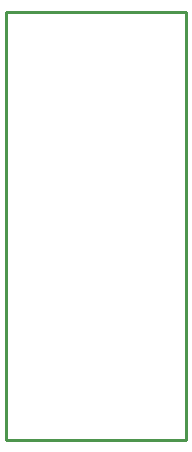
<source format=gko>
G04 EAGLE Gerber RS-274X export*
G75*
%MOMM*%
%FSLAX34Y34*%
%LPD*%
%IN*%
%IPPOS*%
%AMOC8*
5,1,8,0,0,1.08239X$1,22.5*%
G01*
%ADD10C,0.254000*%


D10*
X0Y0D02*
X152400Y0D01*
X152400Y361950D01*
X0Y361950D01*
X0Y0D01*
M02*

</source>
